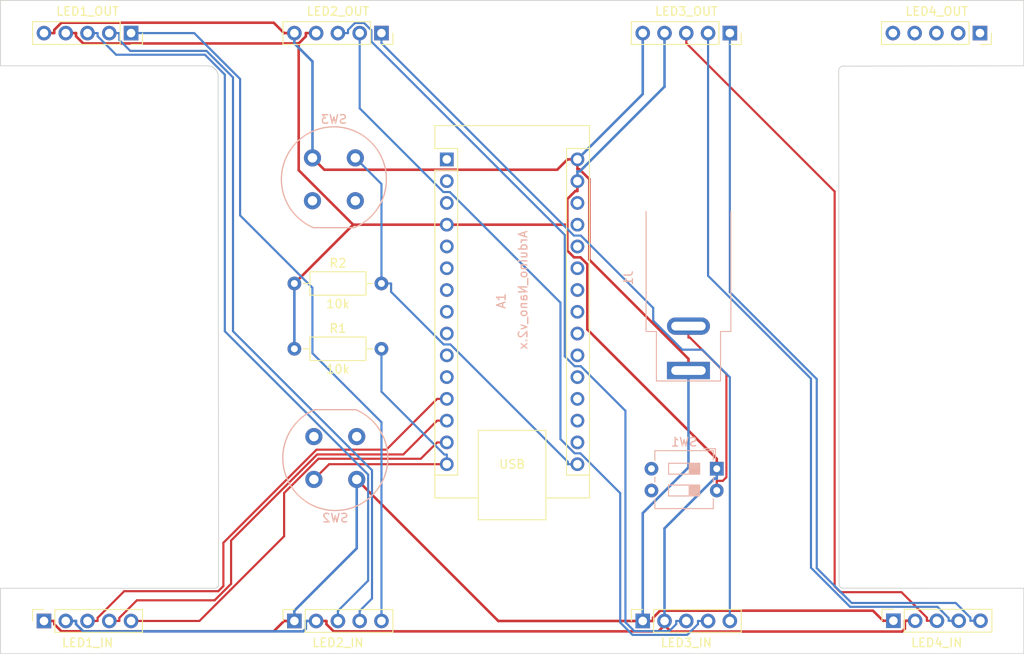
<source format=kicad_pcb>
(kicad_pcb (version 20221018) (generator pcbnew)
  (title_block (title "4*8*8 LED Matrix") (date "2024-02-25") (rev "${design_version}") (company "Salman Kabir"))
  (layers (0 "F.Cu" mixed) (31 "B.Cu" mixed) (34 "B.Paste" user) (35 "F.Paste" user) (36 "B.SilkS" user "B.Silkscreen") (37 "F.SilkS" user "F.Silkscreen") (38 "B.Mask" user) (39 "F.Mask" user) (44 "Edge.Cuts" user))
  (property "design_version" "1.0")
  (net 0 "")
  (net 4 "GND")
  (net 12 "/CLK0")
  (net 13 "/DIN0")
  (net 14 "/CS0")
  (net 15 "/MODE_SELECT")
  (net 16 "/TIMER_SELECT")
  (net 29 "/Vcc")
  (net 30 "Net-(SW1A-B)")
  (net 31 "/CS1")
  (net 32 "/DIN1")
  (net 33 "/CLK1")
  (net 34 "/CS2")
  (net 35 "/DIN2")
  (net 36 "/CLK2")
  (net 37 "/CS3")
  (net 38 "/DIN3")
  (net 39 "/CLK3")
  (footprint "Connector_PinSocket_2.54mm:PinSocket_1x05_P2.54mm_Vertical" (layer "F.Cu") (at 151.1 76.2 -90)
    (fp_text reference "J9")
    (fp_text value "LED4_OUT" (at -2.54 5.05 180) (layer "F.SilkS"))
    (fp_line (start -1.33 1.27) (end -1.33 11.49) (stroke (width 0.12)) (layer "F.SilkS"))
    (fp_line (start -1.33 1.27) (end 1.33 1.27) (stroke (width 0.12)) (layer "F.SilkS"))
    (fp_line (start -1.33 11.49) (end 1.33 11.49) (stroke (width 0.12)) (layer "F.SilkS"))
    (fp_line (start 0 -1.33) (end 1.33 -1.33) (stroke (width 0.12)) (layer "F.SilkS"))
    (fp_line (start 1.33 -1.33) (end 1.33 0) (stroke (width 0.12)) (layer "F.SilkS"))
    (fp_line (start 1.33 1.27) (end 1.33 11.49) (stroke (width 0.12)) (layer "F.SilkS"))
    (pad "1" thru_hole rect (at 0 0 270) (size 1.7 1.7) (drill 1) (layers "*.Cu" "*.Mask"))
    (pad "2" thru_hole oval (at 0 2.54 270) (size 1.7 1.7) (drill 1) (layers "*.Cu" "*.Mask"))
    (pad "3" thru_hole oval (at 0 5.08 270) (size 1.7 1.7) (drill 1) (layers "*.Cu" "*.Mask"))
    (pad "4" thru_hole oval (at 0 7.62 270) (size 1.7 1.7) (drill 1) (layers "*.Cu" "*.Mask"))
    (pad "5" thru_hole oval (at 0 10.16 270) (size 1.7 1.7) (drill 1) (layers "*.Cu" "*.Mask"))
  )
  (footprint "MountingHole:MountingHole_2.5mm" (layer "F.Cu") (at 67.31 134.62)
    (fp_text reference "H1")
    (fp_text value "MountingHole")
    (pad "" np_thru_hole circle (at 0 0) (size 2.5 2.5) (drill 2.5) (layers "*.Cu" "*.Mask"))
  )
  (footprint "Connector_PinSocket_2.54mm:PinSocket_1x05_P2.54mm_Vertical" (layer "F.Cu") (at 121.92 76.2 -90)
    (fp_text reference "J7")
    (fp_text value "LED3_OUT" (at -2.54 5.08 180) (layer "F.SilkS"))
    (fp_line (start -1.33 1.27) (end -1.33 11.49) (stroke (width 0.12)) (layer "F.SilkS"))
    (fp_line (start -1.33 1.27) (end 1.33 1.27) (stroke (width 0.12)) (layer "F.SilkS"))
    (fp_line (start -1.33 11.49) (end 1.33 11.49) (stroke (width 0.12)) (layer "F.SilkS"))
    (fp_line (start 0 -1.33) (end 1.33 -1.33) (stroke (width 0.12)) (layer "F.SilkS"))
    (fp_line (start 1.33 -1.33) (end 1.33 0) (stroke (width 0.12)) (layer "F.SilkS"))
    (fp_line (start 1.33 1.27) (end 1.33 11.49) (stroke (width 0.12)) (layer "F.SilkS"))
    (pad "1" thru_hole rect (at 0 0 270) (size 1.7 1.7) (drill 1) (layers "*.Cu" "*.Mask") (net 37 "/CS3"))
    (pad "2" thru_hole oval (at 0 2.54 270) (size 1.7 1.7) (drill 1) (layers "*.Cu" "*.Mask") (net 38 "/DIN3"))
    (pad "3" thru_hole oval (at 0 5.08 270) (size 1.7 1.7) (drill 1) (layers "*.Cu" "*.Mask") (net 39 "/CLK3"))
    (pad "4" thru_hole oval (at 0 7.62 270) (size 1.7 1.7) (drill 1) (layers "*.Cu" "*.Mask") (net 4 "GND"))
    (pad "5" thru_hole oval (at 0 10.16 270) (size 1.7 1.7) (drill 1) (layers "*.Cu" "*.Mask") (net 29 "/Vcc"))
  )
  (footprint "Resistor_THT:R_Axial_DIN0207_L6.3mm_D2.5mm_P10.16mm_Horizontal" (layer "F.Cu") (at 71.12 113.03)
    (fp_text reference "R1" (at 5.08 -2.37) (layer "F.SilkS"))
    (fp_text value "10k" (at 5.08 2.37) (layer "F.SilkS"))
    (fp_line (start 1.04 0) (end 1.81 0) (stroke (width 0.12)) (layer "F.SilkS"))
    (fp_line (start 1.81 -1.37) (end 1.81 1.37) (stroke (width 0.12)) (layer "F.SilkS"))
    (fp_line (start 1.81 1.37) (end 8.35 1.37) (stroke (width 0.12)) (layer "F.SilkS"))
    (fp_line (start 8.35 -1.37) (end 1.81 -1.37) (stroke (width 0.12)) (layer "F.SilkS"))
    (fp_line (start 8.35 1.37) (end 8.35 -1.37) (stroke (width 0.12)) (layer "F.SilkS"))
    (fp_line (start 9.12 0) (end 8.35 0) (stroke (width 0.12)) (layer "F.SilkS"))
    (pad "1" thru_hole circle (at 0 0) (size 1.6 1.6) (drill 0.8) (layers "*.Cu" "*.Mask") (net 4 "GND"))
    (pad "2" thru_hole oval (at 10.16 0) (size 1.6 1.6) (drill 0.8) (layers "*.Cu" "*.Mask") (net 15 "/MODE_SELECT"))
  )
  (footprint "MountingHole:MountingHole_2.5mm" (layer "F.Cu") (at 129.54 134.62)
    (fp_text reference "H2")
    (fp_text value "MountingHole")
    (pad "" np_thru_hole circle (at 0 0) (size 2.5 2.5) (drill 2.5) (layers "*.Cu" "*.Mask"))
  )
  (footprint "MountingHole:MountingHole_2.5mm" (layer "F.Cu") (at 67.31 83.82)
    (fp_text reference "H3")
    (fp_text value "MountingHole")
    (pad "" np_thru_hole circle (at 0 0) (size 2.5 2.5) (drill 2.5) (layers "*.Cu" "*.Mask"))
  )
  (footprint "Connector_PinSocket_2.54mm:PinSocket_1x05_P2.54mm_Vertical" (layer "F.Cu") (at 111.76 144.78 90)
    (fp_text reference "J6")
    (fp_text value "LED3_IN" (at -2.54 5.08 180) (layer "F.SilkS"))
    (fp_line (start -1.33 1.27) (end -1.33 11.49) (stroke (width 0.12)) (layer "F.SilkS"))
    (fp_line (start -1.33 1.27) (end 1.33 1.27) (stroke (width 0.12)) (layer "F.SilkS"))
    (fp_line (start -1.33 11.49) (end 1.33 11.49) (stroke (width 0.12)) (layer "F.SilkS"))
    (fp_line (start 0 -1.33) (end 1.33 -1.33) (stroke (width 0.12)) (layer "F.SilkS"))
    (fp_line (start 1.33 -1.33) (end 1.33 0) (stroke (width 0.12)) (layer "F.SilkS"))
    (fp_line (start 1.33 1.27) (end 1.33 11.49) (stroke (width 0.12)) (layer "F.SilkS"))
    (pad "1" thru_hole rect (at 0 0 90) (size 1.7 1.7) (drill 1) (layers "*.Cu" "*.Mask") (net 29 "/Vcc"))
    (pad "2" thru_hole oval (at 0 2.54 90) (size 1.7 1.7) (drill 1) (layers "*.Cu" "*.Mask") (net 4 "GND"))
    (pad "3" thru_hole oval (at 0 5.08 90) (size 1.7 1.7) (drill 1) (layers "*.Cu" "*.Mask") (net 36 "/CLK2"))
    (pad "4" thru_hole oval (at 0 7.62 90) (size 1.7 1.7) (drill 1) (layers "*.Cu" "*.Mask") (net 35 "/DIN2"))
    (pad "5" thru_hole oval (at 0 10.16 90) (size 1.7 1.7) (drill 1) (layers "*.Cu" "*.Mask") (net 34 "/CS2"))
  )
  (footprint "Module:Arduino_Nano_WithMountingHoles" (layer "F.Cu") (at 88.9 90.932)
    (fp_text reference "A1" (at 6.35 16.51 90) (layer "B.SilkS"))
    (fp_text value "Arduino_Nano_v2.x" (at 8.89 15.24 90) (layer "B.SilkS") (effects (justify mirror)))
    (fp_text user "USB" (at 7.62 35.56 unlocked) (layer "F.SilkS"))
    (fp_line (start -1.4 -3.94) (end -1.4 -1.27) (stroke (width 0.12)) (layer "F.SilkS"))
    (fp_line (start -1.4 1.27) (end -1.4 39.5) (stroke (width 0.12)) (layer "F.SilkS"))
    (fp_line (start -1.4 39.5) (end 3.68 39.5) (stroke (width 0.12)) (layer "F.SilkS"))
    (fp_line (start 1.27 -1.27) (end -1.4 -1.27) (stroke (width 0.12)) (layer "F.SilkS"))
    (fp_line (start 1.27 1.27) (end -1.4 1.27) (stroke (width 0.12)) (layer "F.SilkS"))
    (fp_line (start 1.27 1.27) (end 1.27 -1.27) (stroke (width 0.12)) (layer "F.SilkS"))
    (fp_line (start 1.27 1.27) (end 1.27 36.83) (stroke (width 0.12)) (layer "F.SilkS"))
    (fp_line (start 1.27 36.83) (end -1.4 36.83) (stroke (width 0.12)) (layer "F.SilkS"))
    (fp_line (start 3.68 31.62) (end 11.56 31.62) (stroke (width 0.12)) (layer "F.SilkS"))
    (fp_line (start 3.68 42.04) (end 3.68 31.62) (stroke (width 0.12)) (layer "F.SilkS"))
    (fp_line (start 11.56 31.62) (end 11.56 42.04) (stroke (width 0.12)) (layer "F.SilkS"))
    (fp_line (start 11.56 42.04) (end 3.68 42.04) (stroke (width 0.12)) (layer "F.SilkS"))
    (fp_line (start 13.97 -1.27) (end 13.97 36.83) (stroke (width 0.12)) (layer "F.SilkS"))
    (fp_line (start 13.97 -1.27) (end 16.64 -1.27) (stroke (width 0.12)) (layer "F.SilkS"))
    (fp_line (start 13.97 36.83) (end 16.64 36.83) (stroke (width 0.12)) (layer "F.SilkS"))
    (fp_line (start 16.64 -3.94) (end -1.4 -3.94) (stroke (width 0.12)) (layer "F.SilkS"))
    (fp_line (start 16.64 39.5) (end 11.56 39.5) (stroke (width 0.12)) (layer "F.SilkS"))
    (fp_line (start 16.64 39.5) (end 16.64 -3.94) (stroke (width 0.12)) (layer "F.SilkS"))
    (pad "" np_thru_hole circle (at 0 -2.54) (size 1.78 1.78) (drill 1.78) (layers "*.Cu" "*.Mask"))
    (pad "" np_thru_hole circle (at 0 38.1) (size 1.78 1.78) (drill 1.78) (layers "*.Cu" "*.Mask"))
    (pad "" np_thru_hole circle (at 15.24 -2.54) (size 1.78 1.78) (drill 1.78) (layers "*.Cu" "*.Mask"))
    (pad "" np_thru_hole circle (at 15.24 38.1) (size 1.78 1.78) (drill 1.78) (layers "*.Cu" "*.Mask"))
    (pad "1" thru_hole rect (at 0 0) (size 1.6 1.6) (drill 1) (layers "*.Cu" "*.Mask"))
    (pad "2" thru_hole oval (at 0 2.54) (size 1.6 1.6) (drill 1) (layers "*.Cu" "*.Mask"))
    (pad "3" thru_hole oval (at 0 5.08) (size 1.6 1.6) (drill 1) (layers "*.Cu" "*.Mask"))
    (pad "4" thru_hole oval (at 0 7.62) (size 1.6 1.6) (drill 1) (layers "*.Cu" "*.Mask") (net 4 "GND"))
    (pad "5" thru_hole oval (at 0 10.16) (size 1.6 1.6) (drill 1) (layers "*.Cu" "*.Mask"))
    (pad "6" thru_hole oval (at 0 12.7) (size 1.6 1.6) (drill 1) (layers "*.Cu" "*.Mask"))
    (pad "7" thru_hole oval (at 0 15.24) (size 1.6 1.6) (drill 1) (layers "*.Cu" "*.Mask"))
    (pad "8" thru_hole oval (at 0 17.78) (size 1.6 1.6) (drill 1) (layers "*.Cu" "*.Mask"))
    (pad "9" thru_hole oval (at 0 20.32) (size 1.6 1.6) (drill 1) (layers "*.Cu" "*.Mask"))
    (pad "10" thru_hole oval (at 0 22.86) (size 1.6 1.6) (drill 1) (layers "*.Cu" "*.Mask"))
    (pad "11" thru_hole oval (at 0 25.4) (size 1.6 1.6) (drill 1) (layers "*.Cu" "*.Mask"))
    (pad "12" thru_hole oval (at 0 27.94) (size 1.6 1.6) (drill 1) (layers "*.Cu" "*.Mask") (net 12 "/CLK0"))
    (pad "13" thru_hole oval (at 0 30.48) (size 1.6 1.6) (drill 1) (layers "*.Cu" "*.Mask") (net 13 "/DIN0"))
    (pad "14" thru_hole oval (at 0 33.02) (size 1.6 1.6) (drill 1) (layers "*.Cu" "*.Mask") (net 14 "/CS0"))
    (pad "15" thru_hole oval (at 0 35.56) (size 1.6 1.6) (drill 1) (layers "*.Cu" "*.Mask") (net 15 "/MODE_SELECT"))
    (pad "16" thru_hole oval (at 15.24 35.56) (size 1.6 1.6) (drill 1) (layers "*.Cu" "*.Mask") (net 16 "/TIMER_SELECT"))
    (pad "17" thru_hole oval (at 15.24 33.02) (size 1.6 1.6) (drill 1) (layers "*.Cu" "*.Mask"))
    (pad "18" thru_hole oval (at 15.24 30.48) (size 1.6 1.6) (drill 1) (layers "*.Cu" "*.Mask"))
    (pad "19" thru_hole oval (at 15.24 27.94) (size 1.6 1.6) (drill 1) (layers "*.Cu" "*.Mask"))
    (pad "20" thru_hole oval (at 15.24 25.4) (size 1.6 1.6) (drill 1) (layers "*.Cu" "*.Mask"))
    (pad "21" thru_hole oval (at 15.24 22.86) (size 1.6 1.6) (drill 1) (layers "*.Cu" "*.Mask"))
    (pad "22" thru_hole oval (at 15.24 20.32) (size 1.6 1.6) (drill 1) (layers "*.Cu" "*.Mask"))
    (pad "23" thru_hole oval (at 15.24 17.78) (size 1.6 1.6) (drill 1) (layers "*.Cu" "*.Mask"))
    (pad "24" thru_hole oval (at 15.24 15.24) (size 1.6 1.6) (drill 1) (layers "*.Cu" "*.Mask"))
    (pad "25" thru_hole oval (at 15.24 12.7) (size 1.6 1.6) (drill 1) (layers "*.Cu" "*.Mask"))
    (pad "26" thru_hole oval (at 15.24 10.16) (size 1.6 1.6) (drill 1) (layers "*.Cu" "*.Mask"))
    (pad "27" thru_hole oval (at 15.24 7.62) (size 1.6 1.6) (drill 1) (layers "*.Cu" "*.Mask"))
    (pad "28" thru_hole oval (at 15.24 5.08) (size 1.6 1.6) (drill 1) (layers "*.Cu" "*.Mask"))
    (pad "29" thru_hole oval (at 15.24 2.54) (size 1.6 1.6) (drill 1) (layers "*.Cu" "*.Mask") (net 4 "GND"))
    (pad "30" thru_hole oval (at 15.24 0) (size 1.6 1.6) (drill 1) (layers "*.Cu" "*.Mask") (net 29 "/Vcc"))
  )
  (footprint "Resistor_THT:R_Axial_DIN0207_L6.3mm_D2.5mm_P10.16mm_Horizontal" (layer "F.Cu") (at 71.12 105.41)
    (fp_text reference "R2" (at 5.08 -2.37) (layer "F.SilkS"))
    (fp_text value "10k" (at 5.08 2.37) (layer "F.SilkS"))
    (fp_line (start 1.04 0) (end 1.81 0) (stroke (width 0.12)) (layer "F.SilkS"))
    (fp_line (start 1.81 -1.37) (end 1.81 1.37) (stroke (width 0.12)) (layer "F.SilkS"))
    (fp_line (start 1.81 1.37) (end 8.35 1.37) (stroke (width 0.12)) (layer "F.SilkS"))
    (fp_line (start 8.35 -1.37) (end 1.81 -1.37) (stroke (width 0.12)) (layer "F.SilkS"))
    (fp_line (start 8.35 1.37) (end 8.35 -1.37) (stroke (width 0.12)) (layer "F.SilkS"))
    (fp_line (start 9.12 0) (end 8.35 0) (stroke (width 0.12)) (layer "F.SilkS"))
    (pad "1" thru_hole circle (at 0 0) (size 1.6 1.6) (drill 0.8) (layers "*.Cu" "*.Mask") (net 4 "GND"))
    (pad "2" thru_hole oval (at 10.16 0) (size 1.6 1.6) (drill 0.8) (layers "*.Cu" "*.Mask") (net 16 "/TIMER_SELECT"))
  )
  (footprint "Connector_PinSocket_2.54mm:PinSocket_1x05_P2.54mm_Vertical" (layer "F.Cu") (at 81.28 76.2 -90)
    (fp_text reference "J5")
    (fp_text value "LED2_OUT" (at -2.54 5.08 180) (layer "F.SilkS"))
    (fp_line (start -1.33 1.27) (end -1.33 11.49) (stroke (width 0.12)) (layer "F.SilkS"))
    (fp_line (start -1.33 1.27) (end 1.33 1.27) (stroke (width 0.12)) (layer "F.SilkS"))
    (fp_line (start -1.33 11.49) (end 1.33 11.49) (stroke (width 0.12)) (layer "F.SilkS"))
    (fp_line (start 0 -1.33) (end 1.33 -1.33) (stroke (width 0.12)) (layer "F.SilkS"))
    (fp_line (start 1.33 -1.33) (end 1.33 0) (stroke (width 0.12)) (layer "F.SilkS"))
    (fp_line (start 1.33 1.27) (end 1.33 11.49) (stroke (width 0.12)) (layer "F.SilkS"))
    (pad "1" thru_hole rect (at 0 0 270) (size 1.7 1.7) (drill 1) (layers "*.Cu" "*.Mask") (net 34 "/CS2"))
    (pad "2" thru_hole oval (at 0 2.54 270) (size 1.7 1.7) (drill 1) (layers "*.Cu" "*.Mask") (net 35 "/DIN2"))
    (pad "3" thru_hole oval (at 0 5.08 270) (size 1.7 1.7) (drill 1) (layers "*.Cu" "*.Mask") (net 36 "/CLK2"))
    (pad "4" thru_hole oval (at 0 7.62 270) (size 1.7 1.7) (drill 1) (layers "*.Cu" "*.Mask") (net 4 "GND"))
    (pad "5" thru_hole oval (at 0 10.16 270) (size 1.7 1.7) (drill 1) (layers "*.Cu" "*.Mask") (net 29 "/Vcc"))
  )
  (footprint "MountingHole:MountingHole_2.5mm" (layer "F.Cu") (at 129.54 83.82)
    (fp_text reference "H4")
    (fp_text value "MountingHole")
    (pad "" np_thru_hole circle (at 0 0) (size 2.5 2.5) (drill 2.5) (layers "*.Cu" "*.Mask"))
  )
  (footprint "Connector_PinSocket_2.54mm:PinSocket_1x05_P2.54mm_Vertical" (layer "F.Cu") (at 52.07 76.2 -90)
    (fp_text reference "J3")
    (fp_text value "LED1_OUT" (at -2.54 5.08 180) (layer "F.SilkS"))
    (fp_line (start -1.33 1.27) (end -1.33 11.49) (stroke (width 0.12)) (layer "F.SilkS"))
    (fp_line (start -1.33 1.27) (end 1.33 1.27) (stroke (width 0.12)) (layer "F.SilkS"))
    (fp_line (start -1.33 11.49) (end 1.33 11.49) (stroke (width 0.12)) (layer "F.SilkS"))
    (fp_line (start 0 -1.33) (end 1.33 -1.33) (stroke (width 0.12)) (layer "F.SilkS"))
    (fp_line (start 1.33 -1.33) (end 1.33 0) (stroke (width 0.12)) (layer "F.SilkS"))
    (fp_line (start 1.33 1.27) (end 1.33 11.49) (stroke (width 0.12)) (layer "F.SilkS"))
    (pad "1" thru_hole rect (at 0 0 270) (size 1.7 1.7) (drill 1) (layers "*.Cu" "*.Mask") (net 31 "/CS1"))
    (pad "2" thru_hole oval (at 0 2.54 270) (size 1.7 1.7) (drill 1) (layers "*.Cu" "*.Mask") (net 32 "/DIN1"))
    (pad "3" thru_hole oval (at 0 5.08 270) (size 1.7 1.7) (drill 1) (layers "*.Cu" "*.Mask") (net 33 "/CLK1"))
    (pad "4" thru_hole oval (at 0 7.62 270) (size 1.7 1.7) (drill 1) (layers "*.Cu" "*.Mask") (net 4 "GND"))
    (pad "5" thru_hole oval (at 0 10.16 270) (size 1.7 1.7) (drill 1) (layers "*.Cu" "*.Mask") (net 29 "/Vcc"))
  )
  (footprint "Connector_PinSocket_2.54mm:PinSocket_1x05_P2.54mm_Vertical" (layer "F.Cu") (at 71.12 144.78 90)
    (fp_text reference "J4")
    (fp_text value "LED2_IN" (at -2.54 5.08 180) (layer "F.SilkS"))
    (fp_line (start -1.33 1.27) (end -1.33 11.49) (stroke (width 0.12)) (layer "F.SilkS"))
    (fp_line (start -1.33 1.27) (end 1.33 1.27) (stroke (width 0.12)) (layer "F.SilkS"))
    (fp_line (start -1.33 11.49) (end 1.33 11.49) (stroke (width 0.12)) (layer "F.SilkS"))
    (fp_line (start 0 -1.33) (end 1.33 -1.33) (stroke (width 0.12)) (layer "F.SilkS"))
    (fp_line (start 1.33 -1.33) (end 1.33 0) (stroke (width 0.12)) (layer "F.SilkS"))
    (fp_line (start 1.33 1.27) (end 1.33 11.49) (stroke (width 0.12)) (layer "F.SilkS"))
    (pad "1" thru_hole rect (at 0 0 90) (size 1.7 1.7) (drill 1) (layers "*.Cu" "*.Mask") (net 29 "/Vcc"))
    (pad "2" thru_hole oval (at 0 2.54 90) (size 1.7 1.7) (drill 1) (layers "*.Cu" "*.Mask") (net 4 "GND"))
    (pad "3" thru_hole oval (at 0 5.08 90) (size 1.7 1.7) (drill 1) (layers "*.Cu" "*.Mask") (net 33 "/CLK1"))
    (pad "4" thru_hole oval (at 0 7.62 90) (size 1.7 1.7) (drill 1) (layers "*.Cu" "*.Mask") (net 32 "/DIN1"))
    (pad "5" thru_hole oval (at 0 10.16 90) (size 1.7 1.7) (drill 1) (layers "*.Cu" "*.Mask") (net 31 "/CS1"))
  )
  (footprint "Connector_PinSocket_2.54mm:PinSocket_1x05_P2.54mm_Vertical" (layer "F.Cu") (at 41.91 144.78 90)
    (fp_text reference "J2")
    (fp_text value "LED1_IN" (at -2.54 5.08 180) (layer "F.SilkS"))
    (fp_line (start -1.33 1.27) (end -1.33 11.49) (stroke (width 0.12)) (layer "F.SilkS"))
    (fp_line (start -1.33 1.27) (end 1.33 1.27) (stroke (width 0.12)) (layer "F.SilkS"))
    (fp_line (start -1.33 11.49) (end 1.33 11.49) (stroke (width 0.12)) (layer "F.SilkS"))
    (fp_line (start 0 -1.33) (end 1.33 -1.33) (stroke (width 0.12)) (layer "F.SilkS"))
    (fp_line (start 1.33 -1.33) (end 1.33 0) (stroke (width 0.12)) (layer "F.SilkS"))
    (fp_line (start 1.33 1.27) (end 1.33 11.49) (stroke (width 0.12)) (layer "F.SilkS"))
    (pad "1" thru_hole rect (at 0 0 90) (size 1.7 1.7) (drill 1) (layers "*.Cu" "*.Mask") (net 29 "/Vcc"))
    (pad "2" thru_hole oval (at 0 2.54 90) (size 1.7 1.7) (drill 1) (layers "*.Cu" "*.Mask") (net 4 "GND"))
    (pad "3" thru_hole oval (at 0 5.08 90) (size 1.7 1.7) (drill 1) (layers "*.Cu" "*.Mask") (net 12 "/CLK0"))
    (pad "4" thru_hole oval (at 0 7.62 90) (size 1.7 1.7) (drill 1) (layers "*.Cu" "*.Mask") (net 13 "/DIN0"))
    (pad "5" thru_hole oval (at 0 10.16 90) (size 1.7 1.7) (drill 1) (layers "*.Cu" "*.Mask") (net 14 "/CS0"))
  )
  (footprint "Connector_PinSocket_2.54mm:PinSocket_1x05_P2.54mm_Vertical" (layer "F.Cu") (at 141 144.755 90)
    (fp_text reference "J8")
    (fp_text value "LED4_IN" (at -2.565 5.05 180) (layer "F.SilkS"))
    (fp_line (start -1.33 1.27) (end -1.33 11.49) (stroke (width 0.12)) (layer "F.SilkS"))
    (fp_line (start -1.33 1.27) (end 1.33 1.27) (stroke (width 0.12)) (layer "F.SilkS"))
    (fp_line (start -1.33 11.49) (end 1.33 11.49) (stroke (width 0.12)) (layer "F.SilkS"))
    (fp_line (start 0 -1.33) (end 1.33 -1.33) (stroke (width 0.12)) (layer "F.SilkS"))
    (fp_line (start 1.33 -1.33) (end 1.33 0) (stroke (width 0.12)) (layer "F.SilkS"))
    (fp_line (start 1.33 1.27) (end 1.33 11.49) (stroke (width 0.12)) (layer "F.SilkS"))
    (pad "1" thru_hole rect (at 0 0 90) (size 1.7 1.7) (drill 1) (layers "*.Cu" "*.Mask") (net 29 "/Vcc"))
    (pad "2" thru_hole oval (at 0 2.54 90) (size 1.7 1.7) (drill 1) (layers "*.Cu" "*.Mask") (net 4 "GND"))
    (pad "3" thru_hole oval (at 0 5.08 90) (size 1.7 1.7) (drill 1) (layers "*.Cu" "*.Mask") (net 39 "/CLK3"))
    (pad "4" thru_hole oval (at 0 7.62 90) (size 1.7 1.7) (drill 1) (layers "*.Cu" "*.Mask") (net 38 "/DIN3"))
    (pad "5" thru_hole oval (at 0 10.16 90) (size 1.7 1.7) (drill 1) (layers "*.Cu" "*.Mask") (net 37 "/CS3"))
  )
  (footprint "Connector_BarrelJack:BarrelJack_SwitchcraftConxall_RAPC10U_Horizontal" (layer "B.Cu") (at 117.094 115.564 -90)
    (fp_text reference "J1" (at -10.8 7 90) (layer "B.SilkS") (effects (justify mirror)))
    (fp_text value "Barrel_Jack")
    (fp_line (start -18.55 -4.945) (end -4.55 -4.945) (stroke (width 0.12)) (layer "B.SilkS"))
    (fp_line (start -4.55 -4.945) (end -4.55 -3.74) (stroke (width 0.12)) (layer "B.SilkS"))
    (fp_line (start -4.55 -3.74) (end 1.22 -3.74) (stroke (width 0.12)) (layer "B.SilkS"))
    (fp_line (start -4.55 3.74) (end -4.55 4.945) (stroke (width 0.12)) (layer "B.SilkS"))
    (fp_line (start -4.55 4.945) (end -18.55 4.945) (stroke (width 0.12)) (layer "B.SilkS"))
    (fp_line (start 1.22 -3.74) (end 1.22 3.74) (stroke (width 0.12)) (layer "B.SilkS"))
    (fp_line (start 1.22 3.74) (end -4.55 3.74) (stroke (width 0.12)) (layer "B.SilkS"))
    (pad "1" thru_hole rect (at 0 0 270) (size 2.02 5.02) (drill oval 1.02 4.02) (layers "*.Cu" "*.Mask") (net 29 "/Vcc"))
    (pad "2" thru_hole oval (at -5.18 0 270) (size 2.02 5.02) (drill oval 1.02 4.02) (layers "*.Cu" "*.Mask") (net 30 "Net-(SW1A-B)"))
  )
  (footprint "Button_Switch_THT:Push_E-Switch_KS01Q01" (layer "B.Cu") (at 73.396 128.27)
    (fp_text reference "SW2" (at 2.5 4.5) (layer "B.SilkS") (effects (justify mirror)))
    (fp_text value "SW_DPST_x2")
    (fp_line (start 4.89 -8.14) (end 0.11 -8.14) (stroke (width 0.15)) (layer "B.SilkS"))
    (fp_arc (start 4.896843 -8.137095) (mid 2.496283 3.625494) (end 0.11 -8.14) (stroke (width 0.15)) (layer "B.SilkS"))
    (pad "1" thru_hole circle (at 0 0) (size 2 2) (drill 1.1) (layers "*.Cu" "*.Mask") (net 15 "/MODE_SELECT"))
    (pad "2" thru_hole circle (at 5 0) (size 2 2) (drill 1.1) (layers "*.Cu" "*.Mask") (net 29 "/Vcc"))
    (pad "3" thru_hole circle (at 0 -5) (size 2 2) (drill 1.1) (layers "*.Cu" "*.Mask"))
    (pad "4" thru_hole circle (at 5 -5) (size 2 2) (drill 1.1) (layers "*.Cu" "*.Mask"))
  )
  (footprint "Button_Switch_THT:Push_E-Switch_KS01Q01" (layer "B.Cu") (at 78.232 90.758 180)
    (fp_text reference "SW3" (at 2.5 4.5) (layer "B.SilkS") (effects (justify mirror)))
    (fp_text value "SW_DPST_x2")
    (fp_line (start 4.89 -8.14) (end 0.11 -8.14) (stroke (width 0.15)) (layer "B.SilkS"))
    (fp_arc (start 4.896843 -8.137095) (mid 2.496283 3.625494) (end 0.11 -8.14) (stroke (width 0.15)) (layer "B.SilkS"))
    (pad "1" thru_hole circle (at 0 0 180) (size 2 2) (drill 1.1) (layers "*.Cu" "*.Mask") (net 16 "/TIMER_SELECT"))
    (pad "2" thru_hole circle (at 5 0 180) (size 2 2) (drill 1.1) (layers "*.Cu" "*.Mask") (net 29 "/Vcc"))
    (pad "3" thru_hole circle (at 0 -5 180) (size 2 2) (drill 1.1) (layers "*.Cu" "*.Mask"))
    (pad "4" thru_hole circle (at 5 -5 180) (size 2 2) (drill 1.1) (layers "*.Cu" "*.Mask"))
  )
  (footprint "Button_Switch_THT:SW_DIP_SPSTx02_Slide_6.7x6.64mm_W7.62mm_P2.54mm_LowProfile" (layer "B.Cu") (at 120.396 127.02 180)
    (fp_text reference "SW1" (at 3.81 3.11) (layer "B.SilkS") (effects (justify mirror)))
    (fp_text value "SW_DPST_x2")
    (fp_line (start 0.16 2.35) (end 0.16 1.04) (stroke (width 0.12)) (layer "B.SilkS"))
    (fp_line (start 0.16 2.35) (end 1.543 2.35) (stroke (width 0.12)) (layer "B.SilkS"))
    (fp_line (start 0.4 -4.65) (end 7.221 -4.65) (stroke (width 0.12)) (layer "B.SilkS"))
    (fp_line (start 0.4 -3.53) (end 0.4 -4.65) (stroke (width 0.12)) (layer "B.SilkS"))
    (fp_line (start 0.4 -1.04) (end 0.4 -1.551) (stroke (width 0.12)) (layer "B.SilkS"))
    (fp_line (start 0.4 2.11) (end 0.4 1.04) (stroke (width 0.12)) (layer "B.SilkS"))
    (fp_line (start 0.4 2.11) (end 7.221 2.11) (stroke (width 0.12)) (layer "B.SilkS"))
    (fp_line (start 2 -3.175) (end 5.62 -3.175) (stroke (width 0.12)) (layer "B.SilkS"))
    (fp_line (start 2 -3.105) (end 3.206667 -3.105) (stroke (width 0.12)) (layer "B.SilkS"))
    (fp_line (start 2 -2.985) (end 3.206667 -2.985) (stroke (width 0.12)) (layer "B.SilkS"))
    (fp_line (start 2 -2.865) (end 3.206667 -2.865) (stroke (width 0.12)) (layer "B.SilkS"))
    (fp_line (start 2 -2.745) (end 3.206667 -2.745) (stroke (width 0.12)) (layer "B.SilkS"))
    (fp_line (start 2 -2.625) (end 3.206667 -2.625) (stroke (width 0.12)) (layer "B.SilkS"))
    (fp_line (start 2 -2.505) (end 3.206667 -2.505) (stroke (width 0.12)) (layer "B.SilkS"))
    (fp_line (start 2 -2.385) (end 3.206667 -2.385) (stroke (width 0.12)) (layer "B.SilkS"))
    (fp_line (start 2 -2.265) (end 3.206667 -2.265) (stroke (width 0.12)) (layer "B.SilkS"))
    (fp_line (start 2 -2.145) (end 3.206667 -2.145) (stroke (width 0.12)) (layer "B.SilkS"))
    (fp_line (start 2 -2.025) (end 3.206667 -2.025) (stroke (width 0.12)) (layer "B.SilkS"))
    (fp_line (start 2 -1.905) (end 2 -3.175) (stroke (width 0.12)) (layer "B.SilkS"))
    (fp_line (start 2 -0.635) (end 5.62 -0.635) (stroke (width 0.12)) (layer "B.SilkS"))
    (fp_line (start 2 -0.565) (end 3.206667 -0.565) (stroke (width 0.12)) (layer "B.SilkS"))
    (fp_line (start 2 -0.445) (end 3.206667 -0.445) (stroke (width 0.12)) (layer "B.SilkS"))
    (fp_line (start 2 -0.325) (end 3.206667 -0.325) (stroke (width 0.12)) (layer "B.SilkS"))
    (fp_line (start 2 -0.205) (end 3.206667 -0.205) (stroke (width 0.12)) (layer "B.SilkS"))
    (fp_line (start 2 -0.085) (end 3.206667 -0.085) (stroke (width 0.12)) (layer "B.SilkS"))
    (fp_line (start 2 0.035) (end 3.206667 0.035) (stroke (width 0.12)) (layer "B.SilkS"))
    (fp_line (start 2 0.155) (end 3.206667 0.155) (stroke (width 0.12)) (layer "B.SilkS"))
    (fp_line (start 2 0.275) (end 3.206667 0.275) (stroke (width 0.12)) (layer "B.SilkS"))
    (fp_line (start 2 0.395) (end 3.206667 0.395) (stroke (width 0.12)) (layer "B.SilkS"))
    (fp_line (start 2 0.515) (end 3.206667 0.515) (stroke (width 0.12)) (layer "B.SilkS"))
    (fp_line (start 2 0.635) (end 2 -0.635) (stroke (width 0.12)) (layer "B.SilkS"))
    (fp_line (start 3.206667 -1.905) (end 3.206667 -3.175) (stroke (width 0.12)) (layer "B.SilkS"))
    (fp_line (start 3.206667 0.635) (end 3.206667 -0.635) (stroke (width 0.12)) (layer "B.SilkS"))
    (fp_line (start 5.62 -3.175) (end 5.62 -1.905) (stroke (width 0.12)) (layer "B.SilkS"))
    (fp_line (start 5.62 -1.905) (end 2 -1.905) (stroke (width 0.12)) (layer "B.SilkS"))
    (fp_line (start 5.62 -0.635) (end 5.62 0.635) (stroke (width 0.12)) (layer "B.SilkS"))
    (fp_line (start 5.62 0.635) (end 2 0.635) (stroke (width 0.12)) (layer "B.SilkS"))
    (fp_line (start 7.221 -3.53) (end 7.221 -4.65) (stroke (width 0.12)) (layer "B.SilkS"))
    (fp_line (start 7.221 -0.99) (end 7.221 -1.551) (stroke (width 0.12)) (layer "B.SilkS"))
    (fp_line (start 7.221 2.11) (end 7.221 0.99) (stroke (width 0.12)) (layer "B.SilkS"))
    (pad "1" thru_hole rect (at 0 0 180) (size 1.6 1.6) (drill 0.8) (layers "*.Cu" "*.Mask") (net 4 "GND"))
    (pad "2" thru_hole oval (at 0 -2.54 180) (size 1.6 1.6) (drill 0.8) (layers "*.Cu" "*.Mask") (net 30 "Net-(SW1A-B)"))
    (pad "3" thru_hole oval (at 7.62 -2.54 180) (size 1.6 1.6) (drill 0.8) (layers "*.Cu" "*.Mask"))
    (pad "4" thru_hole oval (at 7.62 0 180) (size 1.6 1.6) (drill 0.8) (layers "*.Cu" "*.Mask"))
  )
  (gr_line (start 36.83 148.59) (end 156.21 148.59) (stroke (width 0.1)) (layer "Edge.Cuts"))
  (gr_line (start 156.21 72.39) (end 36.83 72.39) (stroke (width 0.1)) (layer "Edge.Cuts"))
  (gr_line (start 134.670801 140.462) (end 134.616885 80.479121) (stroke (width 0.1)) (layer "Edge.Cuts"))
  (gr_line (start 36.83 72.39) (end 36.83 80.01) (stroke (width 0.1)) (layer "Edge.Cuts"))
  (gr_arc (start 60.96 80.01) (mid 61.858026 80.381974) (end 62.23 81.28) (stroke (width 0.1)) (layer "Edge.Cuts"))
  (gr_line (start 61.8744 140.97) (end 36.83 140.97) (stroke (width 0.1)) (layer "Edge.Cuts"))
  (gr_line (start 62.23 81.28) (end 62.2808 140.5636) (stroke (width 0.1)) (layer "Edge.Cuts"))
  (gr_line (start 156.21 80.01) (end 156.21 72.39) (stroke (width 0.1)) (layer "Edge.Cuts"))
  (gr_arc (start 134.616885 80.479121) (mid 134.886099 80.119791) (end 135.3312 80.0608) (stroke (width 0.1)) (layer "Edge.Cuts"))
  (gr_line (start 60.96 80.01) (end 36.83 80.01) (stroke (width 0.1)) (layer "Edge.Cuts"))
  (gr_line (start 36.83 140.97) (end 36.83 148.59) (stroke (width 0.1)) (layer "Edge.Cuts"))
  (gr_arc (start 62.2808 140.5636) (mid 62.161768 140.850968) (end 61.8744 140.97) (stroke (width 0.1)) (layer "Edge.Cuts"))
  (gr_arc (start 135.001625 140.955114) (mid 134.745992 140.769085) (end 134.670801 140.462) (stroke (width 0.1)) (layer "Edge.Cuts"))
  (gr_line (start 135.3312 80.0608) (end 156.21 80.01) (stroke (width 0.1)) (layer "Edge.Cuts"))
  (gr_line (start 156.21 140.97) (end 135.001625 140.955114) (stroke (width 0.1)) (layer "Edge.Cuts"))
  (gr_line (start 156.21 148.59) (end 156.21 140.97) (stroke (width 0.1)) (layer "Edge.Cuts"))
  (segment (start 142.0176 146.0138) (end 142.3397 145.6917) (width 0.3) (layer "F.Cu") (net 4))
  (segment (start 46.4866 77.4094) (end 45.6503 76.5731) (width 0.3) (layer "F.Cu") (net 4))
  (segment (start 120.396 127.02) (end 120.396 125.8697) (width 0.3) (layer "F.Cu") (net 4))
  (segment (start 104.14 93.472) (end 104.14 94.6223) (width 0.3) (layer "F.Cu") (net 4))
  (segment (start 114.3 145.2787) (end 113.5893 145.9894) (width 0.3) (layer "F.Cu") (net 4))
  (segment (start 73.66 144.78) (end 74.8603 144.78) (width 0.3) (layer "F.Cu") (net 4))
  (segment (start 102.9609 98.552) (end 88.9 98.552) (width 0.3) (layer "F.Cu") (net 4))
  (segment (start 75.6966 145.9894) (end 74.8603 145.1531) (width 0.3) (layer "F.Cu") (net 4))
  (segment (start 102.9609 98.552) (end 102.9609 95.563) (width 0.3) (layer "F.Cu") (net 4))
  (segment (start 72.4597 76.2) (end 72.4597 76.5751) (width 0.3) (layer "F.Cu") (net 4))
  (segment (start 113.5893 145.9894) (end 75.6966 145.9894) (width 0.3) (layer "F.Cu") (net 4))
  (segment (start 74.8603 145.1531) (end 74.8603 144.78) (width 0.3) (layer "F.Cu") (net 4))
  (segment (start 77.978 98.552) (end 88.9 98.552) (width 0.3) (layer "F.Cu") (net 4))
  (segment (start 142.3397 145.6917) (end 142.3397 144.755) (width 0.3) (layer "F.Cu") (net 4))
  (segment (start 114.3 144.78) (end 114.3 145.2787) (width 0.3) (layer "F.Cu") (net 4))
  (segment (start 77.978 98.552) (end 71.6254 92.1994) (width 0.3) (layer "F.Cu") (net 4))
  (segment (start 102.9609 95.563) (end 103.9016 94.6223) (width 0.3) (layer "F.Cu") (net 4))
  (segment (start 120.396 125.8697) (end 105.2903 110.764) (width 0.3) (layer "F.Cu") (net 4))
  (segment (start 45.6503 76.5731) (end 45.6503 76.2) (width 0.3) (layer "F.Cu") (net 4))
  (segment (start 143.54 144.755) (end 142.3397 144.755) (width 0.3) (layer "F.Cu") (net 4))
  (segment (start 105.2903 103.1555) (end 104.4968 102.362) (width 0.3) (layer "F.Cu") (net 4))
  (segment (start 114.3 145.2787) (end 115.0351 146.0138) (width 0.3) (layer "F.Cu") (net 4))
  (segment (start 73.66 76.2) (end 72.4597 76.2) (width 0.3) (layer "F.Cu") (net 4))
  (segment (start 71.6254 92.1994) (end 71.6254 77.4094) (width 0.3) (layer "F.Cu") (net 4))
  (segment (start 103.9016 94.6223) (end 104.14 94.6223) (width 0.3) (layer "F.Cu") (net 4))
  (segment (start 105.2903 110.764) (end 105.2903 103.1555) (width 0.3) (layer "F.Cu") (net 4))
  (segment (start 72.4597 76.5751) (end 71.6254 77.4094) (width 0.3) (layer "F.Cu") (net 4))
  (segment (start 71.6254 77.4094) (end 46.4866 77.4094) (width 0.3) (layer "F.Cu") (net 4))
  (segment (start 44.45 76.2) (end 45.6503 76.2) (width 0.3) (layer "F.Cu") (net 4))
  (segment (start 71.12 105.41) (end 77.978 98.552) (width 0.3) (layer "F.Cu") (net 4))
  (segment (start 103.7432 102.362) (end 102.9609 101.5797) (width 0.3) (layer "F.Cu") (net 4))
  (segment (start 102.9609 101.5797) (end 102.9609 98.552) (width 0.3) (layer "F.Cu") (net 4))
  (segment (start 115.0351 146.0138) (end 142.0176 146.0138) (width 0.3) (layer "F.Cu") (net 4))
  (segment (start 104.4968 102.362) (end 103.7432 102.362) (width 0.3) (layer "F.Cu") (net 4))
  (segment (start 114.3 133.9787) (end 114.3 144.78) (width 0.3) (layer "B.Cu") (net 4))
  (segment (start 72.1505 145.9894) (end 46.4866 145.9894) (width 0.3) (layer "B.Cu") (net 4))
  (segment (start 71.12 105.41) (end 71.12 113.03) (width 0.3) (layer "B.Cu") (net 4))
  (segment (start 45.6503 145.1531) (end 45.6503 144.78) (width 0.3) (layer "B.Cu") (net 4))
  (segment (start 46.4866 145.9894) (end 45.6503 145.1531) (width 0.3) (layer "B.Cu") (net 4))
  (segment (start 114.3 82.4493) (end 114.3 76.2) (width 0.3) (layer "B.Cu") (net 4))
  (segment (start 72.4597 145.6802) (end 72.1505 145.9894) (width 0.3) (layer "B.Cu") (net 4))
  (segment (start 120.396 127.02) (end 120.396 128.1703) (width 0.3) (layer "B.Cu") (net 4))
  (segment (start 120.1084 128.1703) (end 114.3 133.9787) (width 0.3) (layer "B.Cu") (net 4))
  (segment (start 104.4276 92.3217) (end 114.3 82.4493) (width 0.3) (layer "B.Cu") (net 4))
  (segment (start 72.4597 144.78) (end 72.4597 145.6802) (width 0.3) (layer "B.Cu") (net 4))
  (segment (start 73.66 144.78) (end 72.4597 144.78) (width 0.3) (layer "B.Cu") (net 4))
  (segment (start 104.14 93.472) (end 104.14 92.3217) (width 0.3) (layer "B.Cu") (net 4))
  (segment (start 104.14 92.3217) (end 104.4276 92.3217) (width 0.3) (layer "B.Cu") (net 4))
  (segment (start 120.396 128.1703) (end 120.1084 128.1703) (width 0.3) (layer "B.Cu") (net 4))
  (segment (start 44.45 144.78) (end 45.6503 144.78) (width 0.3) (layer "B.Cu") (net 4))
  (segment (start 46.99 144.78) (end 48.1653 144.78) (width 0.25) (layer "F.Cu") (net 12))
  (segment (start 51.2726 141.3054) (end 48.1653 144.4127) (width 0.25) (layer "F.Cu") (net 12))
  (segment (start 62.2416 141.3054) (end 51.2726 141.3054) (width 0.25) (layer "F.Cu") (net 12))
  (segment (start 81.8492 124.7975) (end 73.6994 124.7975) (width 0.25) (layer "F.Cu") (net 12))
  (segment (start 48.1653 144.4127) (end 48.1653 144.78) (width 0.25) (layer "F.Cu") (net 12))
  (segment (start 88.9 118.872) (end 87.7747 118.872) (width 0.25) (layer "F.Cu") (net 12))
  (segment (start 62.8384 140.7086) (end 62.2416 141.3054) (width 0.25) (layer "F.Cu") (net 12))
  (segment (start 73.6994 124.7975) (end 62.8384 135.6585) (width 0.25) (layer "F.Cu") (net 12))
  (segment (start 62.8384 135.6585) (end 62.8384 140.7086) (width 0.25) (layer "F.Cu") (net 12))
  (segment (start 87.7747 118.872) (end 81.8492 124.7975) (width 0.25) (layer "F.Cu") (net 12))
  (segment (start 63.7391 140.4448) (end 61.8126 142.3713) (width 0.25) (layer "F.Cu") (net 13))
  (segment (start 49.53 144.78) (end 50.7053 144.78) (width 0.25) (layer "F.Cu") (net 13))
  (segment (start 52.7464 142.3713) (end 50.7053 144.4124) (width 0.25) (layer "F.Cu") (net 13))
  (segment (start 50.7053 144.4124) (end 50.7053 144.78) (width 0.25) (layer "F.Cu") (net 13))
  (segment (start 73.7864 125.3526) (end 63.7391 135.3999) (width 0.25) (layer "F.Cu") (net 13))
  (segment (start 88.9 121.412) (end 87.7747 121.412) (width 0.25) (layer "F.Cu") (net 13))
  (segment (start 61.8126 142.3713) (end 52.7464 142.3713) (width 0.25) (layer "F.Cu") (net 13))
  (segment (start 83.8341 125.3526) (end 73.7864 125.3526) (width 0.25) (layer "F.Cu") (net 13))
  (segment (start 87.7747 121.412) (end 83.8341 125.3526) (width 0.25) (layer "F.Cu") (net 13))
  (segment (start 63.7391 135.3999) (end 63.7391 140.4448) (width 0.25) (layer "F.Cu") (net 13))
  (segment (start 85.8692 125.8575) (end 73.9228 125.8575) (width 0.25) (layer "F.Cu") (net 14))
  (segment (start 60.0408 144.78) (end 52.07 144.78) (width 0.25) (layer "F.Cu") (net 14))
  (segment (start 69.9233 129.857) (end 69.9233 134.8975) (width 0.25) (layer "F.Cu") (net 14))
  (segment (start 69.9233 134.8975) (end 60.0408 144.78) (width 0.25) (layer "F.Cu") (net 14))
  (segment (start 87.7747 123.952) (end 85.8692 125.8575) (width 0.25) (layer "F.Cu") (net 14))
  (segment (start 73.9228 125.8575) (end 69.9233 129.857) (width 0.25) (layer "F.Cu") (net 14))
  (segment (start 88.9 123.952) (end 87.7747 123.952) (width 0.25) (layer "F.Cu") (net 14))
  (segment (start 75.174 126.492) (end 88.9 126.492) (width 0.25) (layer "F.Cu") (net 15))
  (segment (start 73.396 128.27) (end 75.174 126.492) (width 0.25) (layer "F.Cu") (net 15))
  (segment (start 88.9 125.3667) (end 88.6187 125.3667) (width 0.25) (layer "B.Cu") (net 15))
  (segment (start 88.9 126.492) (end 88.9 125.3667) (width 0.25) (layer "B.Cu") (net 15))
  (segment (start 81.28 118.028) (end 81.28 113.03) (width 0.25) (layer "B.Cu") (net 15))
  (segment (start 88.6187 125.3667) (end 81.28 118.028) (width 0.25) (layer "B.Cu") (net 15))
  (segment (start 104.14 126.492) (end 103.0147 126.492) (width 0.25) (layer "B.Cu") (net 16))
  (segment (start 81.28 93.806) (end 81.28 105.41) (width 0.25) (layer "B.Cu") (net 16))
  (segment (start 82.4053 106.3946) (end 88.5327 112.522) (width 0.25) (layer "B.Cu") (net 16))
  (segment (start 88.5327 112.522) (end 89.326 112.522) (width 0.25) (layer "B.Cu") (net 16))
  (segment (start 78.232 90.758) (end 81.28 93.806) (width 0.25) (layer "B.Cu") (net 16))
  (segment (start 82.4053 105.41) (end 82.4053 106.3946) (width 0.25) (layer "B.Cu") (net 16))
  (segment (start 103.0147 126.2107) (end 103.0147 126.492) (width 0.25) (layer "B.Cu") (net 16))
  (segment (start 89.326 112.522) (end 103.0147 126.2107) (width 0.25) (layer "B.Cu") (net 16))
  (segment (start 81.28 105.41) (end 82.4053 105.41) (width 0.25) (layer "B.Cu") (net 16))
  (segment (start 41.91 144.78) (end 43.1103 144.78) (width 0.3) (layer "F.Cu") (net 29))
  (segment (start 43.9468 74.9904) (end 43.1103 75.8269) (width 0.3) (layer "F.Cu") (net 29))
  (segment (start 74.6162 92.1422) (end 101.7795 92.1422) (width 0.3) (layer "F.Cu") (net 29))
  (segment (start 105.5296 102.6393) (end 105.5296 93.2336) (width 0.3) (layer "F.Cu") (net 29))
  (segment (start 104.14 90.932) (end 104.14 92.0823) (width 0.3) (layer "F.Cu") (net 29))
  (segment (start 41.91 76.2) (end 43.1103 76.2) (width 0.3) (layer "F.Cu") (net 29))
  (segment (start 101.7795 92.1422) (end 102.9897 90.932) (width 0.3) (layer "F.Cu") (net 29))
  (segment (start 69.9197 144.78) (end 68.7194 145.9803) (width 0.3) (layer "F.Cu") (net 29))
  (segment (start 68.7101 74.9904) (end 43.9468 74.9904) (width 0.3) (layer "F.Cu") (net 29))
  (segment (start 112.3582 144.78) (end 112.9603 144.78) (width 0.3) (layer "F.Cu") (net 29))
  (segment (start 73.232 90.758) (end 74.6162 92.1422) (width 0.3) (layer "F.Cu") (net 29))
  (segment (start 43.1103 145.1552) (end 43.1103 144.78) (width 0.3) (layer "F.Cu") (net 29))
  (segment (start 43.9354 145.9803) (end 43.1103 145.1552) (width 0.3) (layer "F.Cu") (net 29))
  (segment (start 69.9197 76.2) (end 68.7101 74.9904) (width 0.3) (layer "F.Cu") (net 29))
  (segment (start 68.7194 145.9803) (end 43.9354 145.9803) (width 0.3) (layer "F.Cu") (net 29))
  (segment (start 71.12 76.2) (end 69.9197 76.2) (width 0.3) (layer "F.Cu") (net 29))
  (segment (start 112.9603 144.4048) (end 112.9603 144.78) (width 0.3) (layer "F.Cu") (net 29))
  (segment (start 105.5296 93.2336) (end 104.3783 92.0823) (width 0.3) (layer "F.Cu") (net 29))
  (segment (start 117.094 114.2037) (end 105.5296 102.6393) (width 0.3) (layer "F.Cu") (net 29))
  (segment (start 94.906 144.78) (end 78.396 128.27) (width 0.3) (layer "F.Cu") (net 29))
  (segment (start 71.12 144.78) (end 69.9197 144.78) (width 0.3) (layer "F.Cu") (net 29))
  (segment (start 117.094 115.564) (end 117.094 114.2037) (width 0.3) (layer "F.Cu") (net 29))
  (segment (start 43.1103 75.8269) (end 43.1103 76.2) (width 0.3) (layer "F.Cu") (net 29))
  (segment (start 112.3582 144.78) (end 111.76 144.78) (width 0.3) (layer "F.Cu") (net 29))
  (segment (start 141 144.755) (end 139.7997 144.755) (width 0.3) (layer "F.Cu") (net 29))
  (segment (start 104.14 90.932) (end 102.9897 90.932) (width 0.3) (layer "F.Cu") (net 29))
  (segment (start 138.6244 143.5797) (end 113.7854 143.5797) (width 0.3) (layer "F.Cu") (net 29))
  (segment (start 139.7997 144.755) (end 138.6244 143.5797) (width 0.3) (layer "F.Cu") (net 29))
  (segment (start 113.7854 143.5797) (end 112.9603 144.4048) (width 0.3) (layer "F.Cu") (net 29))
  (segment (start 111.76 144.78) (end 94.906 144.78) (width 0.3) (layer "F.Cu") (net 29))
  (segment (start 104.3783 92.0823) (end 104.14 92.0823) (width 0.3) (layer "F.Cu") (net 29))
  (segment (start 71.12 76.2) (end 71.12 77.4003) (width 0.3) (layer "B.Cu") (net 29))
  (segment (start 111.76 132.203) (end 111.76 144.78) (width 0.3) (layer "B.Cu") (net 29))
  (segment (start 117.094 115.564) (end 117.094 126.869) (width 0.3) (layer "B.Cu") (net 29))
  (segment (start 71.12 144.78) (end 71.12 143.5797) (width 0.3) (layer "B.Cu") (net 29))
  (segment (start 78.396 128.27) (end 78.396 136.3037) (width 0.3) (layer "B.Cu") (net 29))
  (segment (start 78.396 136.3037) (end 71.12 143.5797) (width 0.3) (layer "B.Cu") (net 29))
  (segment (start 73.232 90.758) (end 73.232 79.5123) (width 0.3) (layer "B.Cu") (net 29))
  (segment (start 111.76 83.312) (end 111.76 76.2) (width 0.3) (layer "B.Cu") (net 29))
  (segment (start 73.232 79.5123) (end 71.12 77.4003) (width 0.3) (layer "B.Cu") (net 29))
  (segment (start 104.14 90.932) (end 111.76 83.312) (width 0.3) (layer "B.Cu") (net 29))
  (segment (start 117.094 126.869) (end 111.76 132.203) (width 0.3) (layer "B.Cu") (net 29))
  (segment (start 121.0993 128.4347) (end 121.5214 128.0126) (width 0.25) (layer "F.Cu") (net 30))
  (segment (start 120.396 129.56) (end 120.396 128.4347) (width 0.25) (layer "F.Cu") (net 30))
  (segment (start 120.396 128.4347) (end 121.0993 128.4347) (width 0.25) (layer "F.Cu") (net 30))
  (segment (start 117.2609 111.7193) (end 117.094 111.7193) (width 0.25) (layer "F.Cu") (net 30))
  (segment (start 121.5214 128.0126) (end 121.5214 115.9798) (width 0.25) (layer "F.Cu") (net 30))
  (segment (start 117.094 110.384) (end 117.094 111.7193) (width 0.25) (layer "F.Cu") (net 30))
  (segment (start 121.5214 115.9798) (end 117.2609 111.7193) (width 0.25) (layer "F.Cu") (net 30))
  (segment (start 73.227 113.5454) (end 73.227 105.9059) (width 0.25) (layer "B.Cu") (net 31))
  (segment (start 81.28 121.5984) (end 73.227 113.5454) (width 0.25) (layer "B.Cu") (net 31))
  (segment (start 64.7885 97.4674) (end 64.7885 81.5554) (width 0.25) (layer "B.Cu") (net 31))
  (segment (start 73.227 105.9059) (end 64.7885 97.4674) (width 0.25) (layer "B.Cu") (net 31))
  (segment (start 59.4331 76.2) (end 52.07 76.2) (width 0.25) (layer "B.Cu") (net 31))
  (segment (start 64.7885 81.5554) (end 59.4331 76.2) (width 0.25) (layer "B.Cu") (net 31))
  (segment (start 81.28 144.78) (end 81.28 121.5984) (width 0.25) (layer "B.Cu") (net 31))
  (segment (start 63.9606 81.3644) (end 63.9606 110.9805) (width 0.25) (layer "B.Cu") (net 32))
  (segment (start 51.9731 78.2759) (end 60.8721 78.2759) (width 0.25) (layer "B.Cu") (net 32))
  (segment (start 63.9606 110.9805) (end 80.1766 127.1965) (width 0.25) (layer "B.Cu") (net 32))
  (segment (start 80.1766 127.1965) (end 80.1766 142.1681) (width 0.25) (layer "B.Cu") (net 32))
  (segment (start 49.53 76.2) (end 50.7053 76.2) (width 0.25) (layer "B.Cu") (net 32))
  (segment (start 50.7053 76.2) (end 50.7053 77.0081) (width 0.25) (layer "B.Cu") (net 32))
  (segment (start 80.1766 142.1681) (end 78.74 143.6047) (width 0.25) (layer "B.Cu") (net 32))
  (segment (start 78.74 144.78) (end 78.74 143.6047) (width 0.25) (layer "B.Cu") (net 32))
  (segment (start 50.7053 77.0081) (end 51.9731 78.2759) (width 0.25) (layer "B.Cu") (net 32))
  (segment (start 60.8721 78.2759) (end 63.9606 81.3644) (width 0.25) (layer "B.Cu") (net 32))
  (segment (start 50.3242 78.7262) (end 60.6854 78.7262) (width 0.25) (layer "B.Cu") (net 33))
  (segment (start 76.2 144.78) (end 76.2 143.6047) (width 0.25) (layer "B.Cu") (net 33))
  (segment (start 63.0066 81.0474) (end 63.0066 110.9816) (width 0.25) (layer "B.Cu") (net 33))
  (segment (start 63.0066 110.9816) (end 79.7262 127.7012) (width 0.25) (layer "B.Cu") (net 33))
  (segment (start 46.99 76.2) (end 48.1653 76.2) (width 0.25) (layer "B.Cu") (net 33))
  (segment (start 79.7262 127.7012) (end 79.7262 140.0785) (width 0.25) (layer "B.Cu") (net 33))
  (segment (start 60.6854 78.7262) (end 63.0066 81.0474) (width 0.25) (layer "B.Cu") (net 33))
  (segment (start 79.7262 140.0785) (end 76.2 143.6047) (width 0.25) (layer "B.Cu") (net 33))
  (segment (start 48.1653 76.5673) (end 50.3242 78.7262) (width 0.25) (layer "B.Cu") (net 33))
  (segment (start 48.1653 76.2) (end 48.1653 76.5673) (width 0.25) (layer "B.Cu") (net 33))
  (segment (start 116.3766 113.1333) (end 118.7082 113.1333) (width 0.25) (layer "B.Cu") (net 34))
  (segment (start 118.7082 113.1333) (end 121.92 116.3451) (width 0.25) (layer "B.Cu") (net 34))
  (segment (start 112.9801 108.2632) (end 112.9801 109.7368) (width 0.25) (layer "B.Cu") (net 34))
  (segment (start 81.28 76.2) (end 81.28 77.3753) (width 0.25) (layer "B.Cu") (net 34))
  (segment (start 104.5389 99.822) (end 112.9801 108.2632) (width 0.25) (layer "B.Cu") (net 34))
  (segment (start 103.7267 99.822) (end 104.5389 99.822) (width 0.25) (layer "B.Cu") (net 34))
  (segment (start 112.9801 109.7368) (end 116.3766 113.1333) (width 0.25) (layer "B.Cu") (net 34))
  (segment (start 121.92 116.3451) (end 121.92 144.78) (width 0.25) (layer "B.Cu") (net 34))
  (segment (start 81.28 77.3753) (end 103.7267 99.822) (width 0.25) (layer "B.Cu") (net 34))
  (segment (start 103.8124 125.222) (end 104.4849 125.222) (width 0.25) (layer "B.Cu") (net 35))
  (segment (start 104.4849 125.222) (end 109.1309 129.868) (width 0.25) (layer "B.Cu") (net 35))
  (segment (start 102.16 107.6427) (end 102.16 123.5696) (width 0.25) (layer "B.Cu") (net 35))
  (segment (start 109.1309 129.868) (end 109.1309 144.9591) (width 0.25) (layer "B.Cu") (net 35))
  (segment (start 89.2593 94.742) (end 102.16 107.6427) (width 0.25) (layer "B.Cu") (net 35))
  (segment (start 102.16 123.5696) (end 103.8124 125.222) (width 0.25) (layer "B.Cu") (net 35))
  (segment (start 110.5774 146.4056) (end 116.9465 146.4056) (width 0.25) (layer "B.Cu") (net 35))
  (segment (start 109.1309 144.9591) (end 110.5774 146.4056) (width 0.25) (layer "B.Cu") (net 35))
  (segment (start 78.74 84.9811) (end 88.5009 94.742) (width 0.25) (layer "B.Cu") (net 35))
  (segment (start 116.9465 146.4056) (end 118.2047 145.1474) (width 0.25) (layer "B.Cu") (net 35))
  (segment (start 118.2047 145.1474) (end 118.2047 144.78) (width 0.25) (layer "B.Cu") (net 35))
  (segment (start 88.5009 94.742) (end 89.2593 94.742) (width 0.25) (layer "B.Cu") (net 35))
  (segment (start 78.74 76.2) (end 78.74 84.9811) (width 0.25) (layer "B.Cu") (net 35))
  (segment (start 119.38 144.78) (end 118.2047 144.78) (width 0.25) (layer "B.Cu") (net 35))
  (segment (start 77.3753 75.8326) (end 78.1832 75.0247) (width 0.25) (layer "B.Cu") (net 36))
  (segment (start 104.5389 115.062) (end 109.7402 120.2633) (width 0.25) (layer "B.Cu") (net 36))
  (segment (start 114.8568 145.9553) (end 115.6647 145.1474) (width 0.25) (layer "B.Cu") (net 36))
  (segment (start 110.764 145.9553) (end 114.8568 145.9553) (width 0.25) (layer "B.Cu") (net 36))
  (segment (start 79.2562 75.0247) (end 80.1046 75.8731) (width 0.25) (layer "B.Cu") (net 36))
  (segment (start 76.2 76.2) (end 77.3753 76.2) (width 0.25) (layer "B.Cu") (net 36))
  (segment (start 109.7402 120.2633) (end 109.7402 144.9315) (width 0.25) (layer "B.Cu") (net 36))
  (segment (start 115.6647 145.1474) (end 115.6647 144.78) (width 0.25) (layer "B.Cu") (net 36))
  (segment (start 109.7402 144.9315) (end 110.764 145.9553) (width 0.25) (layer "B.Cu") (net 36))
  (segment (start 116.84 144.78) (end 115.6647 144.78) (width 0.25) (layer "B.Cu") (net 36))
  (segment (start 77.3753 76.2) (end 77.3753 75.8326) (width 0.25) (layer "B.Cu") (net 36))
  (segment (start 103.8125 115.062) (end 104.5389 115.062) (width 0.25) (layer "B.Cu") (net 36))
  (segment (start 102.6649 99.7478) (end 102.6649 113.9144) (width 0.25) (layer "B.Cu") (net 36))
  (segment (start 102.6649 113.9144) (end 103.8125 115.062) (width 0.25) (layer "B.Cu") (net 36))
  (segment (start 80.1046 75.8731) (end 80.1046 77.1875) (width 0.25) (layer "B.Cu") (net 36))
  (segment (start 78.1832 75.0247) (end 79.2562 75.0247) (width 0.25) (layer "B.Cu") (net 36))
  (segment (start 80.1046 77.1875) (end 102.6649 99.7478) (width 0.25) (layer "B.Cu") (net 36))
  (segment (start 121.92 106.4165) (end 121.92 76.2) (width 0.25) (layer "B.Cu") (net 37))
  (segment (start 132.0603 138.6098) (end 132.0603 116.5568) (width 0.25) (layer "B.Cu") (net 37))
  (segment (start 148.2762 142.6791) (end 136.1296 142.6791) (width 0.25) (layer "B.Cu") (net 37))
  (segment (start 149.9847 144.3876) (end 148.2762 142.6791) (width 0.25) (layer "B.Cu") (net 37))
  (segment (start 149.9847 144.755) (end 149.9847 144.3876) (width 0.25) (layer "B.Cu") (net 37))
  (segment (start 132.0603 116.5568) (end 121.92 106.4165) (width 0.25) (layer "B.Cu") (net 37))
  (segment (start 151.16 144.755) (end 149.9847 144.755) (width 0.25) (layer "B.Cu") (net 37))
  (segment (start 136.1296 142.6791) (end 132.0603 138.6098) (width 0.25) (layer "B.Cu") (net 37))
  (segment (start 146.1427 143.1294) (end 135.943 143.1294) (width 0.25) (layer "B.Cu") (net 38))
  (segment (start 119.38 76.2) (end 119.38 77.3753) (width 0.25) (layer "B.Cu") (net 38))
  (segment (start 147.4447 144.4314) (end 146.1427 143.1294) (width 0.25) (layer "B.Cu") (net 38))
  (segment (start 131.385 116.5184) (end 119.38 104.5134) (width 0.25) (layer "B.Cu") (net 38))
  (segment (start 131.385 138.5714) (end 131.385 116.5184) (width 0.25) (layer "B.Cu") (net 38))
  (segment (start 135.943 143.1294) (end 131.385 138.5714) (width 0.25) (layer "B.Cu") (net 38))
  (segment (start 147.4447 144.755) (end 147.4447 144.4314) (width 0.25) (layer "B.Cu") (net 38))
  (segment (start 119.38 104.5134) (end 119.38 77.3753) (width 0.25) (layer "B.Cu") (net 38))
  (segment (start 148.62 144.755) (end 147.4447 144.755) (width 0.25) (layer "B.Cu") (net 38))
  (segment (start 144.9047 144.755) (end 144.9047 144.3877) (width 0.25) (layer "F.Cu") (net 39))
  (segment (start 116.84 76.2) (end 116.84 77.3753) (width 0.25) (layer "F.Cu") (net 39))
  (segment (start 141.9365 141.4195) (end 134.8217 141.4195) (width 0.25) (layer "F.Cu") (net 39))
  (segment (start 134.8217 141.4195) (end 134.1477 140.7455) (width 0.25) (layer "F.Cu") (net 39))
  (segment (start 134.1477 140.7455) (end 134.1477 94.683) (width 0.25) (layer "F.Cu") (net 39))
  (segment (start 144.9047 144.3877) (end 141.9365 141.4195) (width 0.25) (layer "F.Cu") (net 39))
  (segment (start 146.08 144.755) (end 144.9047 144.755) (width 0.25) (layer "F.Cu") (net 39))
  (segment (start 134.1477 94.683) (end 116.84 77.3753) (width 0.25) (layer "F.Cu") (net 39))
)
</source>
